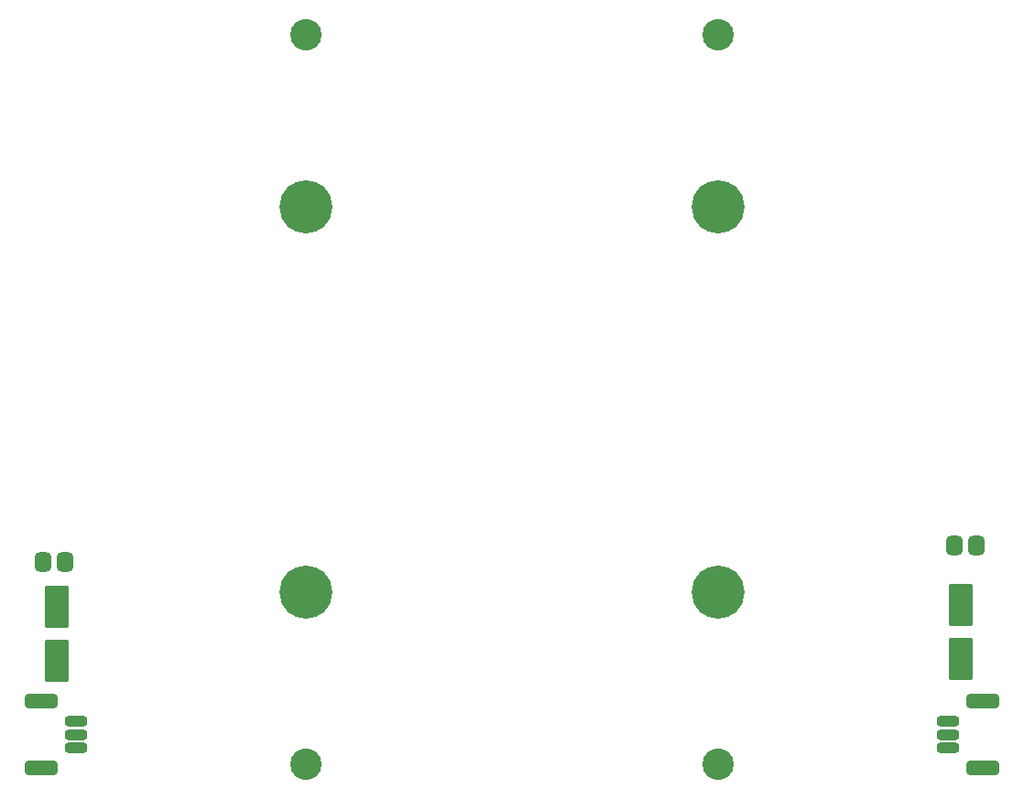
<source format=gbr>
%TF.GenerationSoftware,KiCad,Pcbnew,6.0.4-6f826c9f35~116~ubuntu20.04.1*%
%TF.CreationDate,2022-07-18T09:08:53+00:00*%
%TF.ProjectId,UST2BATTD01A,55535432-4241-4545-9444-3031412e6b69,rev?*%
%TF.SameCoordinates,PX463f660PY87a6900*%
%TF.FileFunction,Soldermask,Bot*%
%TF.FilePolarity,Negative*%
%FSLAX46Y46*%
G04 Gerber Fmt 4.6, Leading zero omitted, Abs format (unit mm)*
G04 Created by KiCad (PCBNEW 6.0.4-6f826c9f35~116~ubuntu20.04.1) date 2022-07-18 09:08:53*
%MOMM*%
%LPD*%
G01*
G04 APERTURE LIST*
G04 Aperture macros list*
%AMRoundRect*
0 Rectangle with rounded corners*
0 $1 Rounding radius*
0 $2 $3 $4 $5 $6 $7 $8 $9 X,Y pos of 4 corners*
0 Add a 4 corners polygon primitive as box body*
4,1,4,$2,$3,$4,$5,$6,$7,$8,$9,$2,$3,0*
0 Add four circle primitives for the rounded corners*
1,1,$1+$1,$2,$3*
1,1,$1+$1,$4,$5*
1,1,$1+$1,$6,$7*
1,1,$1+$1,$8,$9*
0 Add four rect primitives between the rounded corners*
20,1,$1+$1,$2,$3,$4,$5,0*
20,1,$1+$1,$4,$5,$6,$7,0*
20,1,$1+$1,$6,$7,$8,$9,0*
20,1,$1+$1,$8,$9,$2,$3,0*%
G04 Aperture macros list end*
%ADD10C,4.900000*%
%ADD11C,2.900000*%
%ADD12RoundRect,0.200000X0.900000X-1.750000X0.900000X1.750000X-0.900000X1.750000X-0.900000X-1.750000X0*%
%ADD13RoundRect,0.450000X-0.325000X-0.450000X0.325000X-0.450000X0.325000X0.450000X-0.325000X0.450000X0*%
%ADD14RoundRect,0.350000X0.700000X-0.150000X0.700000X0.150000X-0.700000X0.150000X-0.700000X-0.150000X0*%
%ADD15RoundRect,0.450000X1.100000X-0.250000X1.100000X0.250000X-1.100000X0.250000X-1.100000X-0.250000X0*%
%ADD16RoundRect,0.350000X-0.700000X0.150000X-0.700000X-0.150000X0.700000X-0.150000X0.700000X0.150000X0*%
%ADD17RoundRect,0.450000X-1.100000X0.250000X-1.100000X-0.250000X1.100000X-0.250000X1.100000X0.250000X0*%
G04 APERTURE END LIST*
D10*
%TO.C,BT1*%
X26670000Y18200000D03*
X26670000Y53800000D03*
D11*
X26670000Y2250000D03*
X26670000Y69750000D03*
%TD*%
D10*
%TO.C,BT2*%
X64770000Y53800000D03*
X64770000Y18200000D03*
D11*
X64770000Y2250000D03*
X64770000Y69750000D03*
%TD*%
D12*
%TO.C,D4*%
X3683000Y11811000D03*
X3683000Y16811000D03*
%TD*%
D13*
%TO.C,F3*%
X2404000Y20955000D03*
X4454000Y20955000D03*
%TD*%
D14*
%TO.C,J4*%
X5406000Y3750000D03*
X5406000Y5000000D03*
X5406000Y6250000D03*
D15*
X2206000Y8100000D03*
X2206000Y1900000D03*
%TD*%
D12*
%TO.C,D3*%
X87249000Y11978000D03*
X87249000Y16978000D03*
%TD*%
D16*
%TO.C,J3*%
X86034000Y6250000D03*
X86034000Y5000000D03*
X86034000Y3750000D03*
D17*
X89234000Y8100000D03*
X89234000Y1900000D03*
%TD*%
D13*
%TO.C,F4*%
X86605000Y22479000D03*
X88655000Y22479000D03*
%TD*%
M02*

</source>
